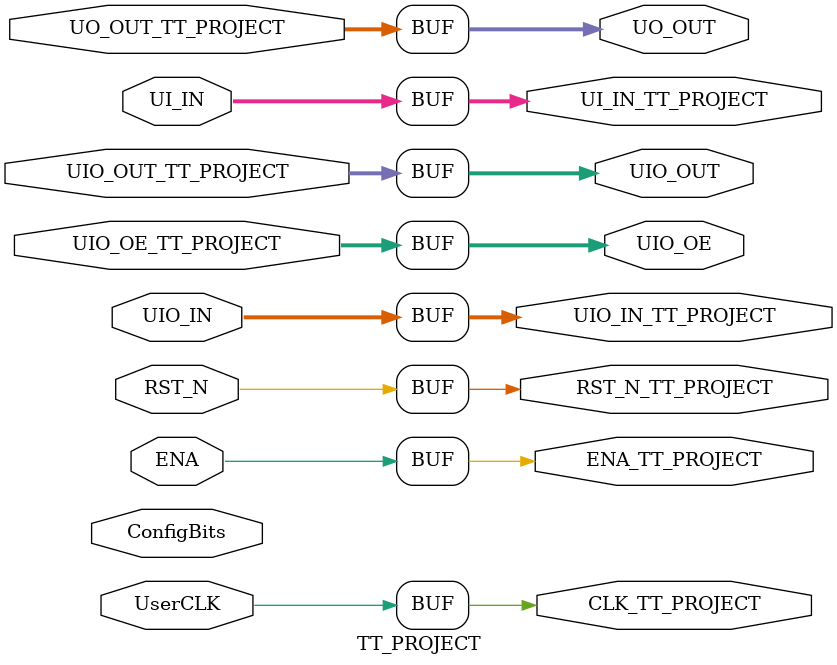
<source format=v>

module TT_PROJECT #(parameter NoConfigBits = 0)(
	// ConfigBits has to be adjusted manually (we don't use an arithmetic parser for the value)
	
	// User design
    input  wire [7:0] UI_IN,
    output wire [7:0] UO_OUT,
    input  wire [7:0] UIO_IN,
    output wire [7:0] UIO_OUT,
    output wire [7:0] UIO_OE,
    input  wire       ENA,
    input  wire       RST_N,

    // TT_PROJECT
    (* FABulous, EXTERNAL *) output wire [7:0] UI_IN_TT_PROJECT,
    (* FABulous, EXTERNAL *) input  wire [7:0] UO_OUT_TT_PROJECT,
    (* FABulous, EXTERNAL *) output wire [7:0] UIO_IN_TT_PROJECT,
    (* FABulous, EXTERNAL *) input  wire [7:0] UIO_OUT_TT_PROJECT,
    (* FABulous, EXTERNAL *) input  wire [7:0] UIO_OE_TT_PROJECT,
    (* FABulous, EXTERNAL *) output wire       ENA_TT_PROJECT,
    (* FABulous, EXTERNAL *) output wire       CLK_TT_PROJECT,
    (* FABulous, EXTERNAL *) output wire       RST_N_TT_PROJECT,
    
    // External and shared clock
    (* FABulous, EXTERNAL, SHARED_PORT *) input UserCLK,
    
    	(* FABulous, GLOBAL *) input [NoConfigBits-1:0] ConfigBits
);
    assign CLK_TT_PROJECT = UserCLK;
    
    assign UI_IN_TT_PROJECT     = UI_IN;
    assign UIO_IN_TT_PROJECT    = UIO_IN;
    assign ENA_TT_PROJECT       = ENA;
    assign RST_N_TT_PROJECT     = RST_N;
    
    assign UO_OUT   = UO_OUT_TT_PROJECT;
    assign UIO_OUT  = UIO_OUT_TT_PROJECT;
    assign UIO_OE   = UIO_OE_TT_PROJECT;

endmodule

</source>
